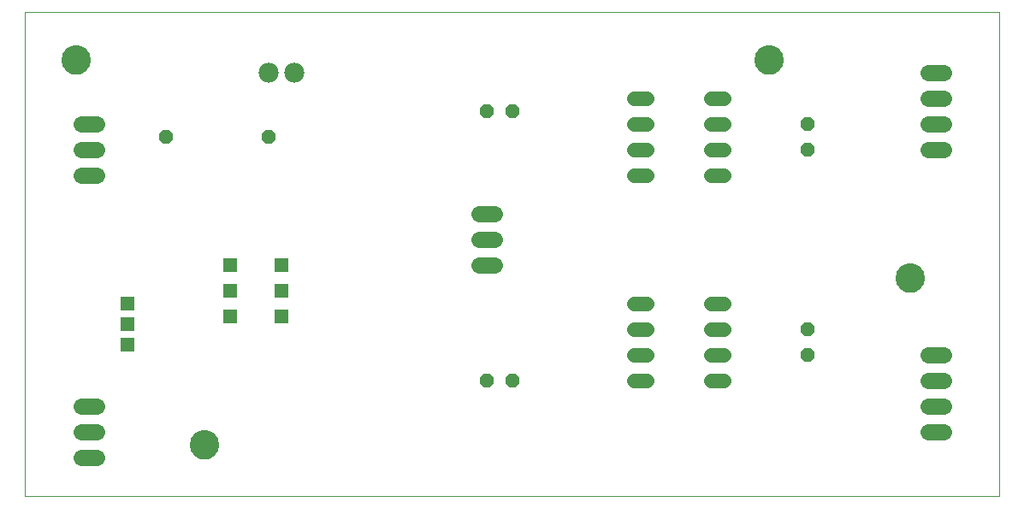
<source format=gts>
G75*
G70*
%OFA0B0*%
%FSLAX24Y24*%
%IPPOS*%
%LPD*%
%AMOC8*
5,1,8,0,0,1.08239X$1,22.5*
%
%ADD10C,0.0000*%
%ADD11C,0.1142*%
%ADD12C,0.0560*%
%ADD13C,0.0640*%
%ADD14OC8,0.0560*%
%ADD15R,0.0555X0.0555*%
%ADD16C,0.0780*%
D10*
X000180Y000180D02*
X000180Y019050D01*
X038172Y019050D01*
X038172Y000180D01*
X000180Y000180D01*
X006629Y002180D02*
X006631Y002227D01*
X006637Y002273D01*
X006647Y002319D01*
X006660Y002364D01*
X006678Y002407D01*
X006699Y002449D01*
X006723Y002489D01*
X006751Y002526D01*
X006782Y002561D01*
X006816Y002594D01*
X006852Y002623D01*
X006891Y002649D01*
X006932Y002672D01*
X006975Y002691D01*
X007019Y002707D01*
X007064Y002719D01*
X007110Y002727D01*
X007157Y002731D01*
X007203Y002731D01*
X007250Y002727D01*
X007296Y002719D01*
X007341Y002707D01*
X007385Y002691D01*
X007428Y002672D01*
X007469Y002649D01*
X007508Y002623D01*
X007544Y002594D01*
X007578Y002561D01*
X007609Y002526D01*
X007637Y002489D01*
X007661Y002449D01*
X007682Y002407D01*
X007700Y002364D01*
X007713Y002319D01*
X007723Y002273D01*
X007729Y002227D01*
X007731Y002180D01*
X007729Y002133D01*
X007723Y002087D01*
X007713Y002041D01*
X007700Y001996D01*
X007682Y001953D01*
X007661Y001911D01*
X007637Y001871D01*
X007609Y001834D01*
X007578Y001799D01*
X007544Y001766D01*
X007508Y001737D01*
X007469Y001711D01*
X007428Y001688D01*
X007385Y001669D01*
X007341Y001653D01*
X007296Y001641D01*
X007250Y001633D01*
X007203Y001629D01*
X007157Y001629D01*
X007110Y001633D01*
X007064Y001641D01*
X007019Y001653D01*
X006975Y001669D01*
X006932Y001688D01*
X006891Y001711D01*
X006852Y001737D01*
X006816Y001766D01*
X006782Y001799D01*
X006751Y001834D01*
X006723Y001871D01*
X006699Y001911D01*
X006678Y001953D01*
X006660Y001996D01*
X006647Y002041D01*
X006637Y002087D01*
X006631Y002133D01*
X006629Y002180D01*
X034129Y008680D02*
X034131Y008727D01*
X034137Y008773D01*
X034147Y008819D01*
X034160Y008864D01*
X034178Y008907D01*
X034199Y008949D01*
X034223Y008989D01*
X034251Y009026D01*
X034282Y009061D01*
X034316Y009094D01*
X034352Y009123D01*
X034391Y009149D01*
X034432Y009172D01*
X034475Y009191D01*
X034519Y009207D01*
X034564Y009219D01*
X034610Y009227D01*
X034657Y009231D01*
X034703Y009231D01*
X034750Y009227D01*
X034796Y009219D01*
X034841Y009207D01*
X034885Y009191D01*
X034928Y009172D01*
X034969Y009149D01*
X035008Y009123D01*
X035044Y009094D01*
X035078Y009061D01*
X035109Y009026D01*
X035137Y008989D01*
X035161Y008949D01*
X035182Y008907D01*
X035200Y008864D01*
X035213Y008819D01*
X035223Y008773D01*
X035229Y008727D01*
X035231Y008680D01*
X035229Y008633D01*
X035223Y008587D01*
X035213Y008541D01*
X035200Y008496D01*
X035182Y008453D01*
X035161Y008411D01*
X035137Y008371D01*
X035109Y008334D01*
X035078Y008299D01*
X035044Y008266D01*
X035008Y008237D01*
X034969Y008211D01*
X034928Y008188D01*
X034885Y008169D01*
X034841Y008153D01*
X034796Y008141D01*
X034750Y008133D01*
X034703Y008129D01*
X034657Y008129D01*
X034610Y008133D01*
X034564Y008141D01*
X034519Y008153D01*
X034475Y008169D01*
X034432Y008188D01*
X034391Y008211D01*
X034352Y008237D01*
X034316Y008266D01*
X034282Y008299D01*
X034251Y008334D01*
X034223Y008371D01*
X034199Y008411D01*
X034178Y008453D01*
X034160Y008496D01*
X034147Y008541D01*
X034137Y008587D01*
X034131Y008633D01*
X034129Y008680D01*
X028629Y017180D02*
X028631Y017227D01*
X028637Y017273D01*
X028647Y017319D01*
X028660Y017364D01*
X028678Y017407D01*
X028699Y017449D01*
X028723Y017489D01*
X028751Y017526D01*
X028782Y017561D01*
X028816Y017594D01*
X028852Y017623D01*
X028891Y017649D01*
X028932Y017672D01*
X028975Y017691D01*
X029019Y017707D01*
X029064Y017719D01*
X029110Y017727D01*
X029157Y017731D01*
X029203Y017731D01*
X029250Y017727D01*
X029296Y017719D01*
X029341Y017707D01*
X029385Y017691D01*
X029428Y017672D01*
X029469Y017649D01*
X029508Y017623D01*
X029544Y017594D01*
X029578Y017561D01*
X029609Y017526D01*
X029637Y017489D01*
X029661Y017449D01*
X029682Y017407D01*
X029700Y017364D01*
X029713Y017319D01*
X029723Y017273D01*
X029729Y017227D01*
X029731Y017180D01*
X029729Y017133D01*
X029723Y017087D01*
X029713Y017041D01*
X029700Y016996D01*
X029682Y016953D01*
X029661Y016911D01*
X029637Y016871D01*
X029609Y016834D01*
X029578Y016799D01*
X029544Y016766D01*
X029508Y016737D01*
X029469Y016711D01*
X029428Y016688D01*
X029385Y016669D01*
X029341Y016653D01*
X029296Y016641D01*
X029250Y016633D01*
X029203Y016629D01*
X029157Y016629D01*
X029110Y016633D01*
X029064Y016641D01*
X029019Y016653D01*
X028975Y016669D01*
X028932Y016688D01*
X028891Y016711D01*
X028852Y016737D01*
X028816Y016766D01*
X028782Y016799D01*
X028751Y016834D01*
X028723Y016871D01*
X028699Y016911D01*
X028678Y016953D01*
X028660Y016996D01*
X028647Y017041D01*
X028637Y017087D01*
X028631Y017133D01*
X028629Y017180D01*
X001629Y017180D02*
X001631Y017227D01*
X001637Y017273D01*
X001647Y017319D01*
X001660Y017364D01*
X001678Y017407D01*
X001699Y017449D01*
X001723Y017489D01*
X001751Y017526D01*
X001782Y017561D01*
X001816Y017594D01*
X001852Y017623D01*
X001891Y017649D01*
X001932Y017672D01*
X001975Y017691D01*
X002019Y017707D01*
X002064Y017719D01*
X002110Y017727D01*
X002157Y017731D01*
X002203Y017731D01*
X002250Y017727D01*
X002296Y017719D01*
X002341Y017707D01*
X002385Y017691D01*
X002428Y017672D01*
X002469Y017649D01*
X002508Y017623D01*
X002544Y017594D01*
X002578Y017561D01*
X002609Y017526D01*
X002637Y017489D01*
X002661Y017449D01*
X002682Y017407D01*
X002700Y017364D01*
X002713Y017319D01*
X002723Y017273D01*
X002729Y017227D01*
X002731Y017180D01*
X002729Y017133D01*
X002723Y017087D01*
X002713Y017041D01*
X002700Y016996D01*
X002682Y016953D01*
X002661Y016911D01*
X002637Y016871D01*
X002609Y016834D01*
X002578Y016799D01*
X002544Y016766D01*
X002508Y016737D01*
X002469Y016711D01*
X002428Y016688D01*
X002385Y016669D01*
X002341Y016653D01*
X002296Y016641D01*
X002250Y016633D01*
X002203Y016629D01*
X002157Y016629D01*
X002110Y016633D01*
X002064Y016641D01*
X002019Y016653D01*
X001975Y016669D01*
X001932Y016688D01*
X001891Y016711D01*
X001852Y016737D01*
X001816Y016766D01*
X001782Y016799D01*
X001751Y016834D01*
X001723Y016871D01*
X001699Y016911D01*
X001678Y016953D01*
X001660Y016996D01*
X001647Y017041D01*
X001637Y017087D01*
X001631Y017133D01*
X001629Y017180D01*
D11*
X002180Y017180D03*
X029180Y017180D03*
X034680Y008680D03*
X007180Y002180D03*
D12*
X023920Y004680D02*
X024440Y004680D01*
X024440Y005680D02*
X023920Y005680D01*
X023920Y006680D02*
X024440Y006680D01*
X024440Y007680D02*
X023920Y007680D01*
X026920Y007680D02*
X027440Y007680D01*
X027440Y006680D02*
X026920Y006680D01*
X026920Y005680D02*
X027440Y005680D01*
X027440Y004680D02*
X026920Y004680D01*
X026920Y012680D02*
X027440Y012680D01*
X027440Y013680D02*
X026920Y013680D01*
X026920Y014680D02*
X027440Y014680D01*
X027440Y015680D02*
X026920Y015680D01*
X024440Y015680D02*
X023920Y015680D01*
X023920Y014680D02*
X024440Y014680D01*
X024440Y013680D02*
X023920Y013680D01*
X023920Y012680D02*
X024440Y012680D01*
D13*
X018480Y011180D02*
X017880Y011180D01*
X017880Y010180D02*
X018480Y010180D01*
X018480Y009180D02*
X017880Y009180D01*
X002980Y012680D02*
X002380Y012680D01*
X002380Y013680D02*
X002980Y013680D01*
X002980Y014680D02*
X002380Y014680D01*
X002380Y003680D02*
X002980Y003680D01*
X002980Y002680D02*
X002380Y002680D01*
X002380Y001680D02*
X002980Y001680D01*
X035380Y002680D02*
X035980Y002680D01*
X035980Y003680D02*
X035380Y003680D01*
X035380Y004680D02*
X035980Y004680D01*
X035980Y005680D02*
X035380Y005680D01*
X035380Y013680D02*
X035980Y013680D01*
X035980Y014680D02*
X035380Y014680D01*
X035380Y015680D02*
X035980Y015680D01*
X035980Y016680D02*
X035380Y016680D01*
D14*
X030680Y014680D03*
X030680Y013680D03*
X019180Y015180D03*
X018180Y015180D03*
X009680Y014180D03*
X005680Y014180D03*
X018180Y004680D03*
X019180Y004680D03*
X030680Y005680D03*
X030680Y006680D03*
D15*
X010180Y007180D03*
X010180Y008180D03*
X010180Y009180D03*
X008180Y009180D03*
X008180Y008180D03*
X008180Y007180D03*
X004180Y006880D03*
X004180Y006080D03*
X004180Y007680D03*
D16*
X009680Y016680D03*
X010680Y016680D03*
M02*

</source>
